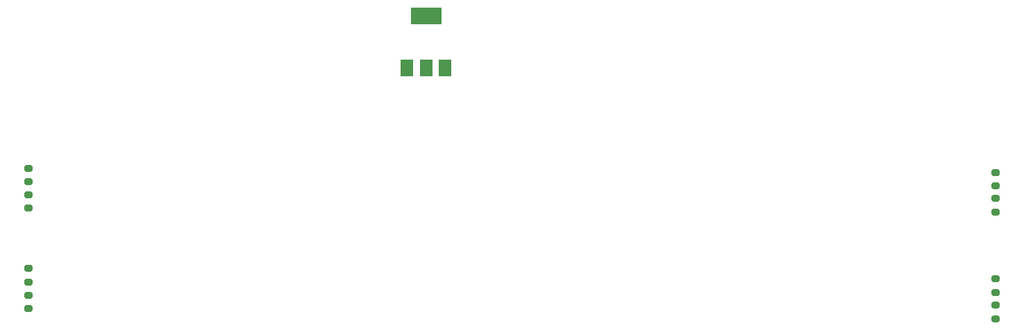
<source format=gbr>
%TF.GenerationSoftware,KiCad,Pcbnew,7.0.7-7.0.7~ubuntu20.04.1*%
%TF.CreationDate,2023-09-07T15:22:02-07:00*%
%TF.ProjectId,strobe-controller,7374726f-6265-42d6-936f-6e74726f6c6c,rev?*%
%TF.SameCoordinates,Original*%
%TF.FileFunction,Paste,Top*%
%TF.FilePolarity,Positive*%
%FSLAX46Y46*%
G04 Gerber Fmt 4.6, Leading zero omitted, Abs format (unit mm)*
G04 Created by KiCad (PCBNEW 7.0.7-7.0.7~ubuntu20.04.1) date 2023-09-07 15:22:02*
%MOMM*%
%LPD*%
G01*
G04 APERTURE LIST*
G04 Aperture macros list*
%AMRoundRect*
0 Rectangle with rounded corners*
0 $1 Rounding radius*
0 $2 $3 $4 $5 $6 $7 $8 $9 X,Y pos of 4 corners*
0 Add a 4 corners polygon primitive as box body*
4,1,4,$2,$3,$4,$5,$6,$7,$8,$9,$2,$3,0*
0 Add four circle primitives for the rounded corners*
1,1,$1+$1,$2,$3*
1,1,$1+$1,$4,$5*
1,1,$1+$1,$6,$7*
1,1,$1+$1,$8,$9*
0 Add four rect primitives between the rounded corners*
20,1,$1+$1,$2,$3,$4,$5,0*
20,1,$1+$1,$4,$5,$6,$7,0*
20,1,$1+$1,$6,$7,$8,$9,0*
20,1,$1+$1,$8,$9,$2,$3,0*%
G04 Aperture macros list end*
%ADD10RoundRect,0.200000X0.275000X-0.200000X0.275000X0.200000X-0.275000X0.200000X-0.275000X-0.200000X0*%
%ADD11RoundRect,0.200000X-0.275000X0.200000X-0.275000X-0.200000X0.275000X-0.200000X0.275000X0.200000X0*%
%ADD12R,1.500000X2.000000*%
%ADD13R,3.800000X2.000000*%
G04 APERTURE END LIST*
D10*
%TO.C,R502*%
X41000000Y-87925000D03*
X41000000Y-89575000D03*
%TD*%
D11*
%TO.C,R501*%
X41000000Y-84675000D03*
X41000000Y-86325000D03*
%TD*%
%TO.C,R402*%
X41000000Y-96925000D03*
X41000000Y-98575000D03*
%TD*%
D10*
%TO.C,R401*%
X41000000Y-101825000D03*
X41000000Y-100175000D03*
%TD*%
D11*
%TO.C,R302*%
X159000000Y-98175000D03*
X159000000Y-99825000D03*
%TD*%
D10*
%TO.C,R301*%
X159000000Y-103075000D03*
X159000000Y-101425000D03*
%TD*%
%TO.C,R202*%
X159000000Y-90000000D03*
X159000000Y-88350000D03*
%TD*%
D11*
%TO.C,R201*%
X159000000Y-85175000D03*
X159000000Y-86825000D03*
%TD*%
D12*
%TO.C,Q105*%
X87200000Y-72400000D03*
D13*
X89500000Y-66100000D03*
D12*
X89500000Y-72400000D03*
X91800000Y-72400000D03*
%TD*%
M02*

</source>
